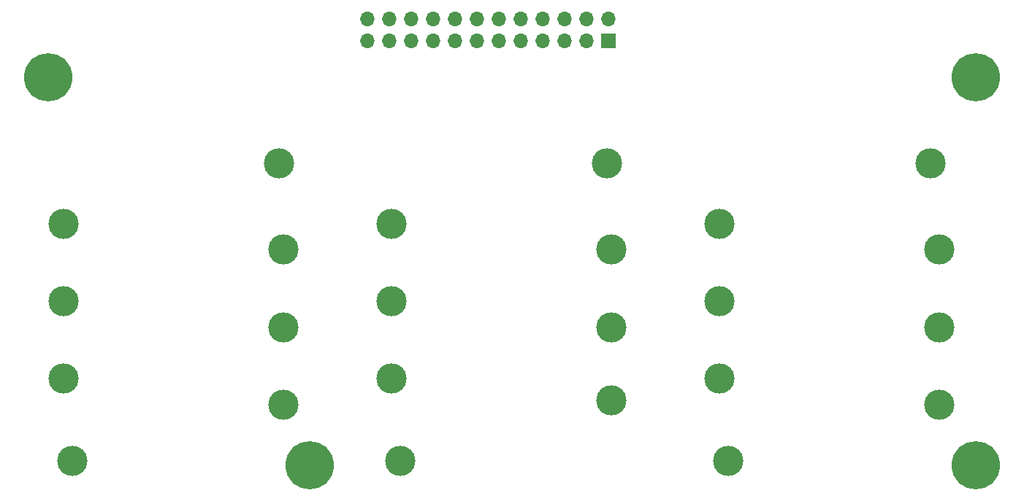
<source format=gbr>
%TF.GenerationSoftware,KiCad,Pcbnew,8.0.1*%
%TF.CreationDate,2024-05-16T13:38:10-04:00*%
%TF.ProjectId,LowerPOGO,4c6f7765-7250-44f4-974f-2e6b69636164,rev?*%
%TF.SameCoordinates,Original*%
%TF.FileFunction,Soldermask,Top*%
%TF.FilePolarity,Negative*%
%FSLAX46Y46*%
G04 Gerber Fmt 4.6, Leading zero omitted, Abs format (unit mm)*
G04 Created by KiCad (PCBNEW 8.0.1) date 2024-05-16 13:38:10*
%MOMM*%
%LPD*%
G01*
G04 APERTURE LIST*
%ADD10C,3.500000*%
%ADD11C,3.600000*%
%ADD12C,5.600000*%
%ADD13O,1.700000X1.700000*%
%ADD14R,1.700000X1.700000*%
G04 APERTURE END LIST*
D10*
%TO.C,J7*%
X133000000Y-126500000D03*
%TD*%
%TO.C,J8*%
X120500000Y-138500000D03*
%TD*%
%TO.C,J10*%
X120500000Y-147500000D03*
%TD*%
%TO.C,J13*%
X172000000Y-154000000D03*
%TD*%
D11*
%TO.C,H4*%
X200750000Y-154500000D03*
D12*
X200750000Y-154500000D03*
%TD*%
D10*
%TO.C,J22*%
X196500000Y-138500000D03*
%TD*%
D11*
%TO.C,H1*%
X93250000Y-109500000D03*
D12*
X93250000Y-109500000D03*
%TD*%
D11*
%TO.C,H2*%
X200750000Y-109500000D03*
D12*
X200750000Y-109500000D03*
%TD*%
D13*
%TO.C,J25*%
X130210000Y-102710000D03*
X132750000Y-102710000D03*
X135290000Y-102710000D03*
X137830000Y-102710000D03*
X140370000Y-102710000D03*
X142910000Y-102710000D03*
X145450000Y-102710000D03*
X147990000Y-102710000D03*
X150530000Y-102710000D03*
X153070000Y-102710000D03*
X155610000Y-102710000D03*
X158150000Y-102710000D03*
X130210000Y-105250000D03*
X132750000Y-105250000D03*
X135290000Y-105250000D03*
X137830000Y-105250000D03*
X140370000Y-105250000D03*
X142910000Y-105250000D03*
X145450000Y-105250000D03*
X147990000Y-105250000D03*
X150530000Y-105250000D03*
X153070000Y-105250000D03*
X155610000Y-105250000D03*
D14*
X158150000Y-105250000D03*
%TD*%
D11*
%TO.C,H3*%
X123500000Y-154500000D03*
D12*
X123500000Y-154500000D03*
%TD*%
D10*
%TO.C,J11*%
X133000000Y-144500000D03*
%TD*%
%TO.C,J12*%
X134000000Y-154000000D03*
%TD*%
%TO.C,J1*%
X95000000Y-126500000D03*
%TD*%
%TO.C,J21*%
X196500000Y-147500000D03*
%TD*%
%TO.C,J20*%
X171000000Y-126500000D03*
%TD*%
%TO.C,J5*%
X120000000Y-119500000D03*
%TD*%
%TO.C,J18*%
X171000000Y-135500000D03*
%TD*%
%TO.C,J2*%
X95000000Y-135500000D03*
%TD*%
%TO.C,J3*%
X95000000Y-144500000D03*
%TD*%
%TO.C,J6*%
X120500000Y-129500000D03*
%TD*%
%TO.C,J17*%
X158500000Y-129500000D03*
%TD*%
%TO.C,J4*%
X96000000Y-154000000D03*
%TD*%
%TO.C,J24*%
X195500000Y-119500000D03*
%TD*%
%TO.C,J23*%
X196500000Y-129500000D03*
%TD*%
%TO.C,J9*%
X133000000Y-135500000D03*
%TD*%
%TO.C,J14*%
X171000000Y-144500000D03*
%TD*%
%TO.C,J19*%
X158000000Y-119500000D03*
%TD*%
%TO.C,J15*%
X158500000Y-147000000D03*
%TD*%
%TO.C,J16*%
X158500000Y-138500000D03*
%TD*%
M02*

</source>
